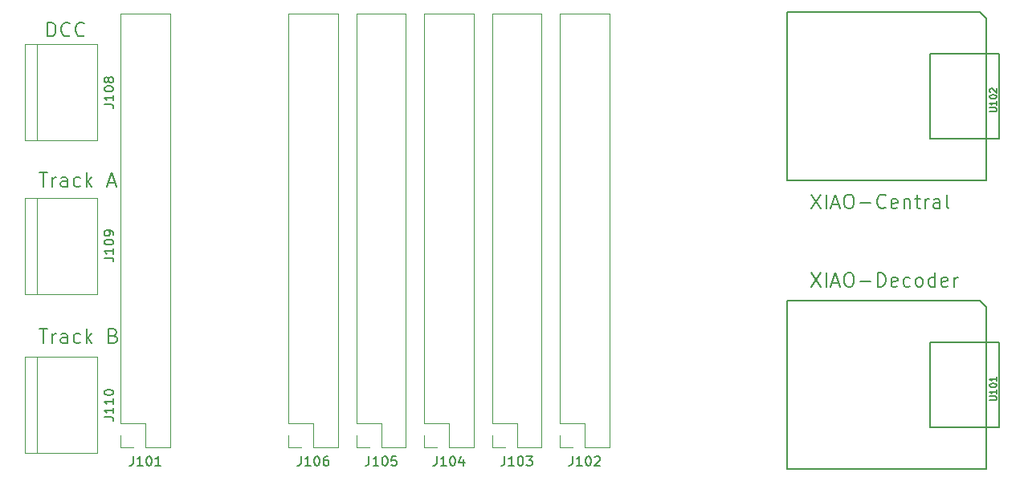
<source format=gbr>
%TF.GenerationSoftware,KiCad,Pcbnew,8.0.0-rc2-358-gd9abaa23a4*%
%TF.CreationDate,2024-02-08T22:48:49+01:00*%
%TF.ProjectId,xDuinoRail-Backplane-Arduino,78447569-6e6f-4526-9169-6c2d4261636b,rev?*%
%TF.SameCoordinates,Original*%
%TF.FileFunction,Legend,Top*%
%TF.FilePolarity,Positive*%
%FSLAX46Y46*%
G04 Gerber Fmt 4.6, Leading zero omitted, Abs format (unit mm)*
G04 Created by KiCad (PCBNEW 8.0.0-rc2-358-gd9abaa23a4) date 2024-02-08 22:48:49*
%MOMM*%
%LPD*%
G01*
G04 APERTURE LIST*
%ADD10C,0.200000*%
%ADD11C,0.150000*%
%ADD12C,0.120000*%
%ADD13C,0.127000*%
G04 APERTURE END LIST*
D10*
X129393720Y-63941028D02*
X129393720Y-62441028D01*
X129393720Y-62441028D02*
X129750863Y-62441028D01*
X129750863Y-62441028D02*
X129965149Y-62512457D01*
X129965149Y-62512457D02*
X130108006Y-62655314D01*
X130108006Y-62655314D02*
X130179435Y-62798171D01*
X130179435Y-62798171D02*
X130250863Y-63083885D01*
X130250863Y-63083885D02*
X130250863Y-63298171D01*
X130250863Y-63298171D02*
X130179435Y-63583885D01*
X130179435Y-63583885D02*
X130108006Y-63726742D01*
X130108006Y-63726742D02*
X129965149Y-63869600D01*
X129965149Y-63869600D02*
X129750863Y-63941028D01*
X129750863Y-63941028D02*
X129393720Y-63941028D01*
X131750863Y-63798171D02*
X131679435Y-63869600D01*
X131679435Y-63869600D02*
X131465149Y-63941028D01*
X131465149Y-63941028D02*
X131322292Y-63941028D01*
X131322292Y-63941028D02*
X131108006Y-63869600D01*
X131108006Y-63869600D02*
X130965149Y-63726742D01*
X130965149Y-63726742D02*
X130893720Y-63583885D01*
X130893720Y-63583885D02*
X130822292Y-63298171D01*
X130822292Y-63298171D02*
X130822292Y-63083885D01*
X130822292Y-63083885D02*
X130893720Y-62798171D01*
X130893720Y-62798171D02*
X130965149Y-62655314D01*
X130965149Y-62655314D02*
X131108006Y-62512457D01*
X131108006Y-62512457D02*
X131322292Y-62441028D01*
X131322292Y-62441028D02*
X131465149Y-62441028D01*
X131465149Y-62441028D02*
X131679435Y-62512457D01*
X131679435Y-62512457D02*
X131750863Y-62583885D01*
X133250863Y-63798171D02*
X133179435Y-63869600D01*
X133179435Y-63869600D02*
X132965149Y-63941028D01*
X132965149Y-63941028D02*
X132822292Y-63941028D01*
X132822292Y-63941028D02*
X132608006Y-63869600D01*
X132608006Y-63869600D02*
X132465149Y-63726742D01*
X132465149Y-63726742D02*
X132393720Y-63583885D01*
X132393720Y-63583885D02*
X132322292Y-63298171D01*
X132322292Y-63298171D02*
X132322292Y-63083885D01*
X132322292Y-63083885D02*
X132393720Y-62798171D01*
X132393720Y-62798171D02*
X132465149Y-62655314D01*
X132465149Y-62655314D02*
X132608006Y-62512457D01*
X132608006Y-62512457D02*
X132822292Y-62441028D01*
X132822292Y-62441028D02*
X132965149Y-62441028D01*
X132965149Y-62441028D02*
X133179435Y-62512457D01*
X133179435Y-62512457D02*
X133250863Y-62583885D01*
X128544435Y-94826028D02*
X129401578Y-94826028D01*
X128973006Y-96326028D02*
X128973006Y-94826028D01*
X129901577Y-96326028D02*
X129901577Y-95326028D01*
X129901577Y-95611742D02*
X129973006Y-95468885D01*
X129973006Y-95468885D02*
X130044435Y-95397457D01*
X130044435Y-95397457D02*
X130187292Y-95326028D01*
X130187292Y-95326028D02*
X130330149Y-95326028D01*
X131473006Y-96326028D02*
X131473006Y-95540314D01*
X131473006Y-95540314D02*
X131401577Y-95397457D01*
X131401577Y-95397457D02*
X131258720Y-95326028D01*
X131258720Y-95326028D02*
X130973006Y-95326028D01*
X130973006Y-95326028D02*
X130830148Y-95397457D01*
X131473006Y-96254600D02*
X131330148Y-96326028D01*
X131330148Y-96326028D02*
X130973006Y-96326028D01*
X130973006Y-96326028D02*
X130830148Y-96254600D01*
X130830148Y-96254600D02*
X130758720Y-96111742D01*
X130758720Y-96111742D02*
X130758720Y-95968885D01*
X130758720Y-95968885D02*
X130830148Y-95826028D01*
X130830148Y-95826028D02*
X130973006Y-95754600D01*
X130973006Y-95754600D02*
X131330148Y-95754600D01*
X131330148Y-95754600D02*
X131473006Y-95683171D01*
X132830149Y-96254600D02*
X132687291Y-96326028D01*
X132687291Y-96326028D02*
X132401577Y-96326028D01*
X132401577Y-96326028D02*
X132258720Y-96254600D01*
X132258720Y-96254600D02*
X132187291Y-96183171D01*
X132187291Y-96183171D02*
X132115863Y-96040314D01*
X132115863Y-96040314D02*
X132115863Y-95611742D01*
X132115863Y-95611742D02*
X132187291Y-95468885D01*
X132187291Y-95468885D02*
X132258720Y-95397457D01*
X132258720Y-95397457D02*
X132401577Y-95326028D01*
X132401577Y-95326028D02*
X132687291Y-95326028D01*
X132687291Y-95326028D02*
X132830149Y-95397457D01*
X133473005Y-96326028D02*
X133473005Y-94826028D01*
X133615863Y-95754600D02*
X134044434Y-96326028D01*
X134044434Y-95326028D02*
X133473005Y-95897457D01*
X136330148Y-95540314D02*
X136544434Y-95611742D01*
X136544434Y-95611742D02*
X136615863Y-95683171D01*
X136615863Y-95683171D02*
X136687291Y-95826028D01*
X136687291Y-95826028D02*
X136687291Y-96040314D01*
X136687291Y-96040314D02*
X136615863Y-96183171D01*
X136615863Y-96183171D02*
X136544434Y-96254600D01*
X136544434Y-96254600D02*
X136401577Y-96326028D01*
X136401577Y-96326028D02*
X135830148Y-96326028D01*
X135830148Y-96326028D02*
X135830148Y-94826028D01*
X135830148Y-94826028D02*
X136330148Y-94826028D01*
X136330148Y-94826028D02*
X136473006Y-94897457D01*
X136473006Y-94897457D02*
X136544434Y-94968885D01*
X136544434Y-94968885D02*
X136615863Y-95111742D01*
X136615863Y-95111742D02*
X136615863Y-95254600D01*
X136615863Y-95254600D02*
X136544434Y-95397457D01*
X136544434Y-95397457D02*
X136473006Y-95468885D01*
X136473006Y-95468885D02*
X136330148Y-95540314D01*
X136330148Y-95540314D02*
X135830148Y-95540314D01*
X128544435Y-78316028D02*
X129401578Y-78316028D01*
X128973006Y-79816028D02*
X128973006Y-78316028D01*
X129901577Y-79816028D02*
X129901577Y-78816028D01*
X129901577Y-79101742D02*
X129973006Y-78958885D01*
X129973006Y-78958885D02*
X130044435Y-78887457D01*
X130044435Y-78887457D02*
X130187292Y-78816028D01*
X130187292Y-78816028D02*
X130330149Y-78816028D01*
X131473006Y-79816028D02*
X131473006Y-79030314D01*
X131473006Y-79030314D02*
X131401577Y-78887457D01*
X131401577Y-78887457D02*
X131258720Y-78816028D01*
X131258720Y-78816028D02*
X130973006Y-78816028D01*
X130973006Y-78816028D02*
X130830148Y-78887457D01*
X131473006Y-79744600D02*
X131330148Y-79816028D01*
X131330148Y-79816028D02*
X130973006Y-79816028D01*
X130973006Y-79816028D02*
X130830148Y-79744600D01*
X130830148Y-79744600D02*
X130758720Y-79601742D01*
X130758720Y-79601742D02*
X130758720Y-79458885D01*
X130758720Y-79458885D02*
X130830148Y-79316028D01*
X130830148Y-79316028D02*
X130973006Y-79244600D01*
X130973006Y-79244600D02*
X131330148Y-79244600D01*
X131330148Y-79244600D02*
X131473006Y-79173171D01*
X132830149Y-79744600D02*
X132687291Y-79816028D01*
X132687291Y-79816028D02*
X132401577Y-79816028D01*
X132401577Y-79816028D02*
X132258720Y-79744600D01*
X132258720Y-79744600D02*
X132187291Y-79673171D01*
X132187291Y-79673171D02*
X132115863Y-79530314D01*
X132115863Y-79530314D02*
X132115863Y-79101742D01*
X132115863Y-79101742D02*
X132187291Y-78958885D01*
X132187291Y-78958885D02*
X132258720Y-78887457D01*
X132258720Y-78887457D02*
X132401577Y-78816028D01*
X132401577Y-78816028D02*
X132687291Y-78816028D01*
X132687291Y-78816028D02*
X132830149Y-78887457D01*
X133473005Y-79816028D02*
X133473005Y-78316028D01*
X133615863Y-79244600D02*
X134044434Y-79816028D01*
X134044434Y-78816028D02*
X133473005Y-79387457D01*
X135758720Y-79387457D02*
X136473006Y-79387457D01*
X135615863Y-79816028D02*
X136115863Y-78316028D01*
X136115863Y-78316028D02*
X136615863Y-79816028D01*
X209880063Y-88878128D02*
X210880063Y-90378128D01*
X210880063Y-88878128D02*
X209880063Y-90378128D01*
X211451491Y-90378128D02*
X211451491Y-88878128D01*
X212094349Y-89949557D02*
X212808635Y-89949557D01*
X211951492Y-90378128D02*
X212451492Y-88878128D01*
X212451492Y-88878128D02*
X212951492Y-90378128D01*
X213737206Y-88878128D02*
X214022920Y-88878128D01*
X214022920Y-88878128D02*
X214165777Y-88949557D01*
X214165777Y-88949557D02*
X214308634Y-89092414D01*
X214308634Y-89092414D02*
X214380063Y-89378128D01*
X214380063Y-89378128D02*
X214380063Y-89878128D01*
X214380063Y-89878128D02*
X214308634Y-90163842D01*
X214308634Y-90163842D02*
X214165777Y-90306700D01*
X214165777Y-90306700D02*
X214022920Y-90378128D01*
X214022920Y-90378128D02*
X213737206Y-90378128D01*
X213737206Y-90378128D02*
X213594349Y-90306700D01*
X213594349Y-90306700D02*
X213451491Y-90163842D01*
X213451491Y-90163842D02*
X213380063Y-89878128D01*
X213380063Y-89878128D02*
X213380063Y-89378128D01*
X213380063Y-89378128D02*
X213451491Y-89092414D01*
X213451491Y-89092414D02*
X213594349Y-88949557D01*
X213594349Y-88949557D02*
X213737206Y-88878128D01*
X215022920Y-89806700D02*
X216165778Y-89806700D01*
X216880063Y-90378128D02*
X216880063Y-88878128D01*
X216880063Y-88878128D02*
X217237206Y-88878128D01*
X217237206Y-88878128D02*
X217451492Y-88949557D01*
X217451492Y-88949557D02*
X217594349Y-89092414D01*
X217594349Y-89092414D02*
X217665778Y-89235271D01*
X217665778Y-89235271D02*
X217737206Y-89520985D01*
X217737206Y-89520985D02*
X217737206Y-89735271D01*
X217737206Y-89735271D02*
X217665778Y-90020985D01*
X217665778Y-90020985D02*
X217594349Y-90163842D01*
X217594349Y-90163842D02*
X217451492Y-90306700D01*
X217451492Y-90306700D02*
X217237206Y-90378128D01*
X217237206Y-90378128D02*
X216880063Y-90378128D01*
X218951492Y-90306700D02*
X218808635Y-90378128D01*
X218808635Y-90378128D02*
X218522921Y-90378128D01*
X218522921Y-90378128D02*
X218380063Y-90306700D01*
X218380063Y-90306700D02*
X218308635Y-90163842D01*
X218308635Y-90163842D02*
X218308635Y-89592414D01*
X218308635Y-89592414D02*
X218380063Y-89449557D01*
X218380063Y-89449557D02*
X218522921Y-89378128D01*
X218522921Y-89378128D02*
X218808635Y-89378128D01*
X218808635Y-89378128D02*
X218951492Y-89449557D01*
X218951492Y-89449557D02*
X219022921Y-89592414D01*
X219022921Y-89592414D02*
X219022921Y-89735271D01*
X219022921Y-89735271D02*
X218308635Y-89878128D01*
X220308635Y-90306700D02*
X220165777Y-90378128D01*
X220165777Y-90378128D02*
X219880063Y-90378128D01*
X219880063Y-90378128D02*
X219737206Y-90306700D01*
X219737206Y-90306700D02*
X219665777Y-90235271D01*
X219665777Y-90235271D02*
X219594349Y-90092414D01*
X219594349Y-90092414D02*
X219594349Y-89663842D01*
X219594349Y-89663842D02*
X219665777Y-89520985D01*
X219665777Y-89520985D02*
X219737206Y-89449557D01*
X219737206Y-89449557D02*
X219880063Y-89378128D01*
X219880063Y-89378128D02*
X220165777Y-89378128D01*
X220165777Y-89378128D02*
X220308635Y-89449557D01*
X221165777Y-90378128D02*
X221022920Y-90306700D01*
X221022920Y-90306700D02*
X220951491Y-90235271D01*
X220951491Y-90235271D02*
X220880063Y-90092414D01*
X220880063Y-90092414D02*
X220880063Y-89663842D01*
X220880063Y-89663842D02*
X220951491Y-89520985D01*
X220951491Y-89520985D02*
X221022920Y-89449557D01*
X221022920Y-89449557D02*
X221165777Y-89378128D01*
X221165777Y-89378128D02*
X221380063Y-89378128D01*
X221380063Y-89378128D02*
X221522920Y-89449557D01*
X221522920Y-89449557D02*
X221594349Y-89520985D01*
X221594349Y-89520985D02*
X221665777Y-89663842D01*
X221665777Y-89663842D02*
X221665777Y-90092414D01*
X221665777Y-90092414D02*
X221594349Y-90235271D01*
X221594349Y-90235271D02*
X221522920Y-90306700D01*
X221522920Y-90306700D02*
X221380063Y-90378128D01*
X221380063Y-90378128D02*
X221165777Y-90378128D01*
X222951492Y-90378128D02*
X222951492Y-88878128D01*
X222951492Y-90306700D02*
X222808634Y-90378128D01*
X222808634Y-90378128D02*
X222522920Y-90378128D01*
X222522920Y-90378128D02*
X222380063Y-90306700D01*
X222380063Y-90306700D02*
X222308634Y-90235271D01*
X222308634Y-90235271D02*
X222237206Y-90092414D01*
X222237206Y-90092414D02*
X222237206Y-89663842D01*
X222237206Y-89663842D02*
X222308634Y-89520985D01*
X222308634Y-89520985D02*
X222380063Y-89449557D01*
X222380063Y-89449557D02*
X222522920Y-89378128D01*
X222522920Y-89378128D02*
X222808634Y-89378128D01*
X222808634Y-89378128D02*
X222951492Y-89449557D01*
X224237206Y-90306700D02*
X224094349Y-90378128D01*
X224094349Y-90378128D02*
X223808635Y-90378128D01*
X223808635Y-90378128D02*
X223665777Y-90306700D01*
X223665777Y-90306700D02*
X223594349Y-90163842D01*
X223594349Y-90163842D02*
X223594349Y-89592414D01*
X223594349Y-89592414D02*
X223665777Y-89449557D01*
X223665777Y-89449557D02*
X223808635Y-89378128D01*
X223808635Y-89378128D02*
X224094349Y-89378128D01*
X224094349Y-89378128D02*
X224237206Y-89449557D01*
X224237206Y-89449557D02*
X224308635Y-89592414D01*
X224308635Y-89592414D02*
X224308635Y-89735271D01*
X224308635Y-89735271D02*
X223594349Y-89878128D01*
X224951491Y-90378128D02*
X224951491Y-89378128D01*
X224951491Y-89663842D02*
X225022920Y-89520985D01*
X225022920Y-89520985D02*
X225094349Y-89449557D01*
X225094349Y-89449557D02*
X225237206Y-89378128D01*
X225237206Y-89378128D02*
X225380063Y-89378128D01*
X209880063Y-80623128D02*
X210880063Y-82123128D01*
X210880063Y-80623128D02*
X209880063Y-82123128D01*
X211451491Y-82123128D02*
X211451491Y-80623128D01*
X212094349Y-81694557D02*
X212808635Y-81694557D01*
X211951492Y-82123128D02*
X212451492Y-80623128D01*
X212451492Y-80623128D02*
X212951492Y-82123128D01*
X213737206Y-80623128D02*
X214022920Y-80623128D01*
X214022920Y-80623128D02*
X214165777Y-80694557D01*
X214165777Y-80694557D02*
X214308634Y-80837414D01*
X214308634Y-80837414D02*
X214380063Y-81123128D01*
X214380063Y-81123128D02*
X214380063Y-81623128D01*
X214380063Y-81623128D02*
X214308634Y-81908842D01*
X214308634Y-81908842D02*
X214165777Y-82051700D01*
X214165777Y-82051700D02*
X214022920Y-82123128D01*
X214022920Y-82123128D02*
X213737206Y-82123128D01*
X213737206Y-82123128D02*
X213594349Y-82051700D01*
X213594349Y-82051700D02*
X213451491Y-81908842D01*
X213451491Y-81908842D02*
X213380063Y-81623128D01*
X213380063Y-81623128D02*
X213380063Y-81123128D01*
X213380063Y-81123128D02*
X213451491Y-80837414D01*
X213451491Y-80837414D02*
X213594349Y-80694557D01*
X213594349Y-80694557D02*
X213737206Y-80623128D01*
X215022920Y-81551700D02*
X216165778Y-81551700D01*
X217737206Y-81980271D02*
X217665778Y-82051700D01*
X217665778Y-82051700D02*
X217451492Y-82123128D01*
X217451492Y-82123128D02*
X217308635Y-82123128D01*
X217308635Y-82123128D02*
X217094349Y-82051700D01*
X217094349Y-82051700D02*
X216951492Y-81908842D01*
X216951492Y-81908842D02*
X216880063Y-81765985D01*
X216880063Y-81765985D02*
X216808635Y-81480271D01*
X216808635Y-81480271D02*
X216808635Y-81265985D01*
X216808635Y-81265985D02*
X216880063Y-80980271D01*
X216880063Y-80980271D02*
X216951492Y-80837414D01*
X216951492Y-80837414D02*
X217094349Y-80694557D01*
X217094349Y-80694557D02*
X217308635Y-80623128D01*
X217308635Y-80623128D02*
X217451492Y-80623128D01*
X217451492Y-80623128D02*
X217665778Y-80694557D01*
X217665778Y-80694557D02*
X217737206Y-80765985D01*
X218951492Y-82051700D02*
X218808635Y-82123128D01*
X218808635Y-82123128D02*
X218522921Y-82123128D01*
X218522921Y-82123128D02*
X218380063Y-82051700D01*
X218380063Y-82051700D02*
X218308635Y-81908842D01*
X218308635Y-81908842D02*
X218308635Y-81337414D01*
X218308635Y-81337414D02*
X218380063Y-81194557D01*
X218380063Y-81194557D02*
X218522921Y-81123128D01*
X218522921Y-81123128D02*
X218808635Y-81123128D01*
X218808635Y-81123128D02*
X218951492Y-81194557D01*
X218951492Y-81194557D02*
X219022921Y-81337414D01*
X219022921Y-81337414D02*
X219022921Y-81480271D01*
X219022921Y-81480271D02*
X218308635Y-81623128D01*
X219665777Y-81123128D02*
X219665777Y-82123128D01*
X219665777Y-81265985D02*
X219737206Y-81194557D01*
X219737206Y-81194557D02*
X219880063Y-81123128D01*
X219880063Y-81123128D02*
X220094349Y-81123128D01*
X220094349Y-81123128D02*
X220237206Y-81194557D01*
X220237206Y-81194557D02*
X220308635Y-81337414D01*
X220308635Y-81337414D02*
X220308635Y-82123128D01*
X220808635Y-81123128D02*
X221380063Y-81123128D01*
X221022920Y-80623128D02*
X221022920Y-81908842D01*
X221022920Y-81908842D02*
X221094349Y-82051700D01*
X221094349Y-82051700D02*
X221237206Y-82123128D01*
X221237206Y-82123128D02*
X221380063Y-82123128D01*
X221880063Y-82123128D02*
X221880063Y-81123128D01*
X221880063Y-81408842D02*
X221951492Y-81265985D01*
X221951492Y-81265985D02*
X222022921Y-81194557D01*
X222022921Y-81194557D02*
X222165778Y-81123128D01*
X222165778Y-81123128D02*
X222308635Y-81123128D01*
X223451492Y-82123128D02*
X223451492Y-81337414D01*
X223451492Y-81337414D02*
X223380063Y-81194557D01*
X223380063Y-81194557D02*
X223237206Y-81123128D01*
X223237206Y-81123128D02*
X222951492Y-81123128D01*
X222951492Y-81123128D02*
X222808634Y-81194557D01*
X223451492Y-82051700D02*
X223308634Y-82123128D01*
X223308634Y-82123128D02*
X222951492Y-82123128D01*
X222951492Y-82123128D02*
X222808634Y-82051700D01*
X222808634Y-82051700D02*
X222737206Y-81908842D01*
X222737206Y-81908842D02*
X222737206Y-81765985D01*
X222737206Y-81765985D02*
X222808634Y-81623128D01*
X222808634Y-81623128D02*
X222951492Y-81551700D01*
X222951492Y-81551700D02*
X223308634Y-81551700D01*
X223308634Y-81551700D02*
X223451492Y-81480271D01*
X224380063Y-82123128D02*
X224237206Y-82051700D01*
X224237206Y-82051700D02*
X224165777Y-81908842D01*
X224165777Y-81908842D02*
X224165777Y-80623128D01*
D11*
X135344819Y-104155714D02*
X136059104Y-104155714D01*
X136059104Y-104155714D02*
X136201961Y-104203333D01*
X136201961Y-104203333D02*
X136297200Y-104298571D01*
X136297200Y-104298571D02*
X136344819Y-104441428D01*
X136344819Y-104441428D02*
X136344819Y-104536666D01*
X136344819Y-103155714D02*
X136344819Y-103727142D01*
X136344819Y-103441428D02*
X135344819Y-103441428D01*
X135344819Y-103441428D02*
X135487676Y-103536666D01*
X135487676Y-103536666D02*
X135582914Y-103631904D01*
X135582914Y-103631904D02*
X135630533Y-103727142D01*
X136344819Y-102203333D02*
X136344819Y-102774761D01*
X136344819Y-102489047D02*
X135344819Y-102489047D01*
X135344819Y-102489047D02*
X135487676Y-102584285D01*
X135487676Y-102584285D02*
X135582914Y-102679523D01*
X135582914Y-102679523D02*
X135630533Y-102774761D01*
X135344819Y-101584285D02*
X135344819Y-101489047D01*
X135344819Y-101489047D02*
X135392438Y-101393809D01*
X135392438Y-101393809D02*
X135440057Y-101346190D01*
X135440057Y-101346190D02*
X135535295Y-101298571D01*
X135535295Y-101298571D02*
X135725771Y-101250952D01*
X135725771Y-101250952D02*
X135963866Y-101250952D01*
X135963866Y-101250952D02*
X136154342Y-101298571D01*
X136154342Y-101298571D02*
X136249580Y-101346190D01*
X136249580Y-101346190D02*
X136297200Y-101393809D01*
X136297200Y-101393809D02*
X136344819Y-101489047D01*
X136344819Y-101489047D02*
X136344819Y-101584285D01*
X136344819Y-101584285D02*
X136297200Y-101679523D01*
X136297200Y-101679523D02*
X136249580Y-101727142D01*
X136249580Y-101727142D02*
X136154342Y-101774761D01*
X136154342Y-101774761D02*
X135963866Y-101822380D01*
X135963866Y-101822380D02*
X135725771Y-101822380D01*
X135725771Y-101822380D02*
X135535295Y-101774761D01*
X135535295Y-101774761D02*
X135440057Y-101727142D01*
X135440057Y-101727142D02*
X135392438Y-101679523D01*
X135392438Y-101679523D02*
X135344819Y-101584285D01*
X138414285Y-108269819D02*
X138414285Y-108984104D01*
X138414285Y-108984104D02*
X138366666Y-109126961D01*
X138366666Y-109126961D02*
X138271428Y-109222200D01*
X138271428Y-109222200D02*
X138128571Y-109269819D01*
X138128571Y-109269819D02*
X138033333Y-109269819D01*
X139414285Y-109269819D02*
X138842857Y-109269819D01*
X139128571Y-109269819D02*
X139128571Y-108269819D01*
X139128571Y-108269819D02*
X139033333Y-108412676D01*
X139033333Y-108412676D02*
X138938095Y-108507914D01*
X138938095Y-108507914D02*
X138842857Y-108555533D01*
X140033333Y-108269819D02*
X140128571Y-108269819D01*
X140128571Y-108269819D02*
X140223809Y-108317438D01*
X140223809Y-108317438D02*
X140271428Y-108365057D01*
X140271428Y-108365057D02*
X140319047Y-108460295D01*
X140319047Y-108460295D02*
X140366666Y-108650771D01*
X140366666Y-108650771D02*
X140366666Y-108888866D01*
X140366666Y-108888866D02*
X140319047Y-109079342D01*
X140319047Y-109079342D02*
X140271428Y-109174580D01*
X140271428Y-109174580D02*
X140223809Y-109222200D01*
X140223809Y-109222200D02*
X140128571Y-109269819D01*
X140128571Y-109269819D02*
X140033333Y-109269819D01*
X140033333Y-109269819D02*
X139938095Y-109222200D01*
X139938095Y-109222200D02*
X139890476Y-109174580D01*
X139890476Y-109174580D02*
X139842857Y-109079342D01*
X139842857Y-109079342D02*
X139795238Y-108888866D01*
X139795238Y-108888866D02*
X139795238Y-108650771D01*
X139795238Y-108650771D02*
X139842857Y-108460295D01*
X139842857Y-108460295D02*
X139890476Y-108365057D01*
X139890476Y-108365057D02*
X139938095Y-108317438D01*
X139938095Y-108317438D02*
X140033333Y-108269819D01*
X141319047Y-109269819D02*
X140747619Y-109269819D01*
X141033333Y-109269819D02*
X141033333Y-108269819D01*
X141033333Y-108269819D02*
X140938095Y-108412676D01*
X140938095Y-108412676D02*
X140842857Y-108507914D01*
X140842857Y-108507914D02*
X140747619Y-108555533D01*
X228701533Y-102349100D02*
X229268200Y-102349100D01*
X229268200Y-102349100D02*
X229334866Y-102315767D01*
X229334866Y-102315767D02*
X229368200Y-102282433D01*
X229368200Y-102282433D02*
X229401533Y-102215767D01*
X229401533Y-102215767D02*
X229401533Y-102082433D01*
X229401533Y-102082433D02*
X229368200Y-102015767D01*
X229368200Y-102015767D02*
X229334866Y-101982433D01*
X229334866Y-101982433D02*
X229268200Y-101949100D01*
X229268200Y-101949100D02*
X228701533Y-101949100D01*
X229401533Y-101249100D02*
X229401533Y-101649100D01*
X229401533Y-101449100D02*
X228701533Y-101449100D01*
X228701533Y-101449100D02*
X228801533Y-101515767D01*
X228801533Y-101515767D02*
X228868200Y-101582434D01*
X228868200Y-101582434D02*
X228901533Y-101649100D01*
X228701533Y-100815767D02*
X228701533Y-100749100D01*
X228701533Y-100749100D02*
X228734866Y-100682433D01*
X228734866Y-100682433D02*
X228768200Y-100649100D01*
X228768200Y-100649100D02*
X228834866Y-100615767D01*
X228834866Y-100615767D02*
X228968200Y-100582433D01*
X228968200Y-100582433D02*
X229134866Y-100582433D01*
X229134866Y-100582433D02*
X229268200Y-100615767D01*
X229268200Y-100615767D02*
X229334866Y-100649100D01*
X229334866Y-100649100D02*
X229368200Y-100682433D01*
X229368200Y-100682433D02*
X229401533Y-100749100D01*
X229401533Y-100749100D02*
X229401533Y-100815767D01*
X229401533Y-100815767D02*
X229368200Y-100882433D01*
X229368200Y-100882433D02*
X229334866Y-100915767D01*
X229334866Y-100915767D02*
X229268200Y-100949100D01*
X229268200Y-100949100D02*
X229134866Y-100982433D01*
X229134866Y-100982433D02*
X228968200Y-100982433D01*
X228968200Y-100982433D02*
X228834866Y-100949100D01*
X228834866Y-100949100D02*
X228768200Y-100915767D01*
X228768200Y-100915767D02*
X228734866Y-100882433D01*
X228734866Y-100882433D02*
X228701533Y-100815767D01*
X229401533Y-99915766D02*
X229401533Y-100315766D01*
X229401533Y-100115766D02*
X228701533Y-100115766D01*
X228701533Y-100115766D02*
X228801533Y-100182433D01*
X228801533Y-100182433D02*
X228868200Y-100249100D01*
X228868200Y-100249100D02*
X228901533Y-100315766D01*
X156117585Y-108269819D02*
X156117585Y-108984104D01*
X156117585Y-108984104D02*
X156069966Y-109126961D01*
X156069966Y-109126961D02*
X155974728Y-109222200D01*
X155974728Y-109222200D02*
X155831871Y-109269819D01*
X155831871Y-109269819D02*
X155736633Y-109269819D01*
X157117585Y-109269819D02*
X156546157Y-109269819D01*
X156831871Y-109269819D02*
X156831871Y-108269819D01*
X156831871Y-108269819D02*
X156736633Y-108412676D01*
X156736633Y-108412676D02*
X156641395Y-108507914D01*
X156641395Y-108507914D02*
X156546157Y-108555533D01*
X157736633Y-108269819D02*
X157831871Y-108269819D01*
X157831871Y-108269819D02*
X157927109Y-108317438D01*
X157927109Y-108317438D02*
X157974728Y-108365057D01*
X157974728Y-108365057D02*
X158022347Y-108460295D01*
X158022347Y-108460295D02*
X158069966Y-108650771D01*
X158069966Y-108650771D02*
X158069966Y-108888866D01*
X158069966Y-108888866D02*
X158022347Y-109079342D01*
X158022347Y-109079342D02*
X157974728Y-109174580D01*
X157974728Y-109174580D02*
X157927109Y-109222200D01*
X157927109Y-109222200D02*
X157831871Y-109269819D01*
X157831871Y-109269819D02*
X157736633Y-109269819D01*
X157736633Y-109269819D02*
X157641395Y-109222200D01*
X157641395Y-109222200D02*
X157593776Y-109174580D01*
X157593776Y-109174580D02*
X157546157Y-109079342D01*
X157546157Y-109079342D02*
X157498538Y-108888866D01*
X157498538Y-108888866D02*
X157498538Y-108650771D01*
X157498538Y-108650771D02*
X157546157Y-108460295D01*
X157546157Y-108460295D02*
X157593776Y-108365057D01*
X157593776Y-108365057D02*
X157641395Y-108317438D01*
X157641395Y-108317438D02*
X157736633Y-108269819D01*
X158927109Y-108269819D02*
X158736633Y-108269819D01*
X158736633Y-108269819D02*
X158641395Y-108317438D01*
X158641395Y-108317438D02*
X158593776Y-108365057D01*
X158593776Y-108365057D02*
X158498538Y-108507914D01*
X158498538Y-108507914D02*
X158450919Y-108698390D01*
X158450919Y-108698390D02*
X158450919Y-109079342D01*
X158450919Y-109079342D02*
X158498538Y-109174580D01*
X158498538Y-109174580D02*
X158546157Y-109222200D01*
X158546157Y-109222200D02*
X158641395Y-109269819D01*
X158641395Y-109269819D02*
X158831871Y-109269819D01*
X158831871Y-109269819D02*
X158927109Y-109222200D01*
X158927109Y-109222200D02*
X158974728Y-109174580D01*
X158974728Y-109174580D02*
X159022347Y-109079342D01*
X159022347Y-109079342D02*
X159022347Y-108841247D01*
X159022347Y-108841247D02*
X158974728Y-108746009D01*
X158974728Y-108746009D02*
X158927109Y-108698390D01*
X158927109Y-108698390D02*
X158831871Y-108650771D01*
X158831871Y-108650771D02*
X158641395Y-108650771D01*
X158641395Y-108650771D02*
X158546157Y-108698390D01*
X158546157Y-108698390D02*
X158498538Y-108746009D01*
X158498538Y-108746009D02*
X158450919Y-108841247D01*
X163267585Y-108269819D02*
X163267585Y-108984104D01*
X163267585Y-108984104D02*
X163219966Y-109126961D01*
X163219966Y-109126961D02*
X163124728Y-109222200D01*
X163124728Y-109222200D02*
X162981871Y-109269819D01*
X162981871Y-109269819D02*
X162886633Y-109269819D01*
X164267585Y-109269819D02*
X163696157Y-109269819D01*
X163981871Y-109269819D02*
X163981871Y-108269819D01*
X163981871Y-108269819D02*
X163886633Y-108412676D01*
X163886633Y-108412676D02*
X163791395Y-108507914D01*
X163791395Y-108507914D02*
X163696157Y-108555533D01*
X164886633Y-108269819D02*
X164981871Y-108269819D01*
X164981871Y-108269819D02*
X165077109Y-108317438D01*
X165077109Y-108317438D02*
X165124728Y-108365057D01*
X165124728Y-108365057D02*
X165172347Y-108460295D01*
X165172347Y-108460295D02*
X165219966Y-108650771D01*
X165219966Y-108650771D02*
X165219966Y-108888866D01*
X165219966Y-108888866D02*
X165172347Y-109079342D01*
X165172347Y-109079342D02*
X165124728Y-109174580D01*
X165124728Y-109174580D02*
X165077109Y-109222200D01*
X165077109Y-109222200D02*
X164981871Y-109269819D01*
X164981871Y-109269819D02*
X164886633Y-109269819D01*
X164886633Y-109269819D02*
X164791395Y-109222200D01*
X164791395Y-109222200D02*
X164743776Y-109174580D01*
X164743776Y-109174580D02*
X164696157Y-109079342D01*
X164696157Y-109079342D02*
X164648538Y-108888866D01*
X164648538Y-108888866D02*
X164648538Y-108650771D01*
X164648538Y-108650771D02*
X164696157Y-108460295D01*
X164696157Y-108460295D02*
X164743776Y-108365057D01*
X164743776Y-108365057D02*
X164791395Y-108317438D01*
X164791395Y-108317438D02*
X164886633Y-108269819D01*
X166124728Y-108269819D02*
X165648538Y-108269819D01*
X165648538Y-108269819D02*
X165600919Y-108746009D01*
X165600919Y-108746009D02*
X165648538Y-108698390D01*
X165648538Y-108698390D02*
X165743776Y-108650771D01*
X165743776Y-108650771D02*
X165981871Y-108650771D01*
X165981871Y-108650771D02*
X166077109Y-108698390D01*
X166077109Y-108698390D02*
X166124728Y-108746009D01*
X166124728Y-108746009D02*
X166172347Y-108841247D01*
X166172347Y-108841247D02*
X166172347Y-109079342D01*
X166172347Y-109079342D02*
X166124728Y-109174580D01*
X166124728Y-109174580D02*
X166077109Y-109222200D01*
X166077109Y-109222200D02*
X165981871Y-109269819D01*
X165981871Y-109269819D02*
X165743776Y-109269819D01*
X165743776Y-109269819D02*
X165648538Y-109222200D01*
X165648538Y-109222200D02*
X165600919Y-109174580D01*
X135344819Y-71135714D02*
X136059104Y-71135714D01*
X136059104Y-71135714D02*
X136201961Y-71183333D01*
X136201961Y-71183333D02*
X136297200Y-71278571D01*
X136297200Y-71278571D02*
X136344819Y-71421428D01*
X136344819Y-71421428D02*
X136344819Y-71516666D01*
X136344819Y-70135714D02*
X136344819Y-70707142D01*
X136344819Y-70421428D02*
X135344819Y-70421428D01*
X135344819Y-70421428D02*
X135487676Y-70516666D01*
X135487676Y-70516666D02*
X135582914Y-70611904D01*
X135582914Y-70611904D02*
X135630533Y-70707142D01*
X135344819Y-69516666D02*
X135344819Y-69421428D01*
X135344819Y-69421428D02*
X135392438Y-69326190D01*
X135392438Y-69326190D02*
X135440057Y-69278571D01*
X135440057Y-69278571D02*
X135535295Y-69230952D01*
X135535295Y-69230952D02*
X135725771Y-69183333D01*
X135725771Y-69183333D02*
X135963866Y-69183333D01*
X135963866Y-69183333D02*
X136154342Y-69230952D01*
X136154342Y-69230952D02*
X136249580Y-69278571D01*
X136249580Y-69278571D02*
X136297200Y-69326190D01*
X136297200Y-69326190D02*
X136344819Y-69421428D01*
X136344819Y-69421428D02*
X136344819Y-69516666D01*
X136344819Y-69516666D02*
X136297200Y-69611904D01*
X136297200Y-69611904D02*
X136249580Y-69659523D01*
X136249580Y-69659523D02*
X136154342Y-69707142D01*
X136154342Y-69707142D02*
X135963866Y-69754761D01*
X135963866Y-69754761D02*
X135725771Y-69754761D01*
X135725771Y-69754761D02*
X135535295Y-69707142D01*
X135535295Y-69707142D02*
X135440057Y-69659523D01*
X135440057Y-69659523D02*
X135392438Y-69611904D01*
X135392438Y-69611904D02*
X135344819Y-69516666D01*
X135773390Y-68611904D02*
X135725771Y-68707142D01*
X135725771Y-68707142D02*
X135678152Y-68754761D01*
X135678152Y-68754761D02*
X135582914Y-68802380D01*
X135582914Y-68802380D02*
X135535295Y-68802380D01*
X135535295Y-68802380D02*
X135440057Y-68754761D01*
X135440057Y-68754761D02*
X135392438Y-68707142D01*
X135392438Y-68707142D02*
X135344819Y-68611904D01*
X135344819Y-68611904D02*
X135344819Y-68421428D01*
X135344819Y-68421428D02*
X135392438Y-68326190D01*
X135392438Y-68326190D02*
X135440057Y-68278571D01*
X135440057Y-68278571D02*
X135535295Y-68230952D01*
X135535295Y-68230952D02*
X135582914Y-68230952D01*
X135582914Y-68230952D02*
X135678152Y-68278571D01*
X135678152Y-68278571D02*
X135725771Y-68326190D01*
X135725771Y-68326190D02*
X135773390Y-68421428D01*
X135773390Y-68421428D02*
X135773390Y-68611904D01*
X135773390Y-68611904D02*
X135821009Y-68707142D01*
X135821009Y-68707142D02*
X135868628Y-68754761D01*
X135868628Y-68754761D02*
X135963866Y-68802380D01*
X135963866Y-68802380D02*
X136154342Y-68802380D01*
X136154342Y-68802380D02*
X136249580Y-68754761D01*
X136249580Y-68754761D02*
X136297200Y-68707142D01*
X136297200Y-68707142D02*
X136344819Y-68611904D01*
X136344819Y-68611904D02*
X136344819Y-68421428D01*
X136344819Y-68421428D02*
X136297200Y-68326190D01*
X136297200Y-68326190D02*
X136249580Y-68278571D01*
X136249580Y-68278571D02*
X136154342Y-68230952D01*
X136154342Y-68230952D02*
X135963866Y-68230952D01*
X135963866Y-68230952D02*
X135868628Y-68278571D01*
X135868628Y-68278571D02*
X135821009Y-68326190D01*
X135821009Y-68326190D02*
X135773390Y-68421428D01*
X170417585Y-108269819D02*
X170417585Y-108984104D01*
X170417585Y-108984104D02*
X170369966Y-109126961D01*
X170369966Y-109126961D02*
X170274728Y-109222200D01*
X170274728Y-109222200D02*
X170131871Y-109269819D01*
X170131871Y-109269819D02*
X170036633Y-109269819D01*
X171417585Y-109269819D02*
X170846157Y-109269819D01*
X171131871Y-109269819D02*
X171131871Y-108269819D01*
X171131871Y-108269819D02*
X171036633Y-108412676D01*
X171036633Y-108412676D02*
X170941395Y-108507914D01*
X170941395Y-108507914D02*
X170846157Y-108555533D01*
X172036633Y-108269819D02*
X172131871Y-108269819D01*
X172131871Y-108269819D02*
X172227109Y-108317438D01*
X172227109Y-108317438D02*
X172274728Y-108365057D01*
X172274728Y-108365057D02*
X172322347Y-108460295D01*
X172322347Y-108460295D02*
X172369966Y-108650771D01*
X172369966Y-108650771D02*
X172369966Y-108888866D01*
X172369966Y-108888866D02*
X172322347Y-109079342D01*
X172322347Y-109079342D02*
X172274728Y-109174580D01*
X172274728Y-109174580D02*
X172227109Y-109222200D01*
X172227109Y-109222200D02*
X172131871Y-109269819D01*
X172131871Y-109269819D02*
X172036633Y-109269819D01*
X172036633Y-109269819D02*
X171941395Y-109222200D01*
X171941395Y-109222200D02*
X171893776Y-109174580D01*
X171893776Y-109174580D02*
X171846157Y-109079342D01*
X171846157Y-109079342D02*
X171798538Y-108888866D01*
X171798538Y-108888866D02*
X171798538Y-108650771D01*
X171798538Y-108650771D02*
X171846157Y-108460295D01*
X171846157Y-108460295D02*
X171893776Y-108365057D01*
X171893776Y-108365057D02*
X171941395Y-108317438D01*
X171941395Y-108317438D02*
X172036633Y-108269819D01*
X173227109Y-108603152D02*
X173227109Y-109269819D01*
X172989014Y-108222200D02*
X172750919Y-108936485D01*
X172750919Y-108936485D02*
X173369966Y-108936485D01*
X184717585Y-108269819D02*
X184717585Y-108984104D01*
X184717585Y-108984104D02*
X184669966Y-109126961D01*
X184669966Y-109126961D02*
X184574728Y-109222200D01*
X184574728Y-109222200D02*
X184431871Y-109269819D01*
X184431871Y-109269819D02*
X184336633Y-109269819D01*
X185717585Y-109269819D02*
X185146157Y-109269819D01*
X185431871Y-109269819D02*
X185431871Y-108269819D01*
X185431871Y-108269819D02*
X185336633Y-108412676D01*
X185336633Y-108412676D02*
X185241395Y-108507914D01*
X185241395Y-108507914D02*
X185146157Y-108555533D01*
X186336633Y-108269819D02*
X186431871Y-108269819D01*
X186431871Y-108269819D02*
X186527109Y-108317438D01*
X186527109Y-108317438D02*
X186574728Y-108365057D01*
X186574728Y-108365057D02*
X186622347Y-108460295D01*
X186622347Y-108460295D02*
X186669966Y-108650771D01*
X186669966Y-108650771D02*
X186669966Y-108888866D01*
X186669966Y-108888866D02*
X186622347Y-109079342D01*
X186622347Y-109079342D02*
X186574728Y-109174580D01*
X186574728Y-109174580D02*
X186527109Y-109222200D01*
X186527109Y-109222200D02*
X186431871Y-109269819D01*
X186431871Y-109269819D02*
X186336633Y-109269819D01*
X186336633Y-109269819D02*
X186241395Y-109222200D01*
X186241395Y-109222200D02*
X186193776Y-109174580D01*
X186193776Y-109174580D02*
X186146157Y-109079342D01*
X186146157Y-109079342D02*
X186098538Y-108888866D01*
X186098538Y-108888866D02*
X186098538Y-108650771D01*
X186098538Y-108650771D02*
X186146157Y-108460295D01*
X186146157Y-108460295D02*
X186193776Y-108365057D01*
X186193776Y-108365057D02*
X186241395Y-108317438D01*
X186241395Y-108317438D02*
X186336633Y-108269819D01*
X187050919Y-108365057D02*
X187098538Y-108317438D01*
X187098538Y-108317438D02*
X187193776Y-108269819D01*
X187193776Y-108269819D02*
X187431871Y-108269819D01*
X187431871Y-108269819D02*
X187527109Y-108317438D01*
X187527109Y-108317438D02*
X187574728Y-108365057D01*
X187574728Y-108365057D02*
X187622347Y-108460295D01*
X187622347Y-108460295D02*
X187622347Y-108555533D01*
X187622347Y-108555533D02*
X187574728Y-108698390D01*
X187574728Y-108698390D02*
X187003300Y-109269819D01*
X187003300Y-109269819D02*
X187622347Y-109269819D01*
X177567585Y-108269819D02*
X177567585Y-108984104D01*
X177567585Y-108984104D02*
X177519966Y-109126961D01*
X177519966Y-109126961D02*
X177424728Y-109222200D01*
X177424728Y-109222200D02*
X177281871Y-109269819D01*
X177281871Y-109269819D02*
X177186633Y-109269819D01*
X178567585Y-109269819D02*
X177996157Y-109269819D01*
X178281871Y-109269819D02*
X178281871Y-108269819D01*
X178281871Y-108269819D02*
X178186633Y-108412676D01*
X178186633Y-108412676D02*
X178091395Y-108507914D01*
X178091395Y-108507914D02*
X177996157Y-108555533D01*
X179186633Y-108269819D02*
X179281871Y-108269819D01*
X179281871Y-108269819D02*
X179377109Y-108317438D01*
X179377109Y-108317438D02*
X179424728Y-108365057D01*
X179424728Y-108365057D02*
X179472347Y-108460295D01*
X179472347Y-108460295D02*
X179519966Y-108650771D01*
X179519966Y-108650771D02*
X179519966Y-108888866D01*
X179519966Y-108888866D02*
X179472347Y-109079342D01*
X179472347Y-109079342D02*
X179424728Y-109174580D01*
X179424728Y-109174580D02*
X179377109Y-109222200D01*
X179377109Y-109222200D02*
X179281871Y-109269819D01*
X179281871Y-109269819D02*
X179186633Y-109269819D01*
X179186633Y-109269819D02*
X179091395Y-109222200D01*
X179091395Y-109222200D02*
X179043776Y-109174580D01*
X179043776Y-109174580D02*
X178996157Y-109079342D01*
X178996157Y-109079342D02*
X178948538Y-108888866D01*
X178948538Y-108888866D02*
X178948538Y-108650771D01*
X178948538Y-108650771D02*
X178996157Y-108460295D01*
X178996157Y-108460295D02*
X179043776Y-108365057D01*
X179043776Y-108365057D02*
X179091395Y-108317438D01*
X179091395Y-108317438D02*
X179186633Y-108269819D01*
X179853300Y-108269819D02*
X180472347Y-108269819D01*
X180472347Y-108269819D02*
X180139014Y-108650771D01*
X180139014Y-108650771D02*
X180281871Y-108650771D01*
X180281871Y-108650771D02*
X180377109Y-108698390D01*
X180377109Y-108698390D02*
X180424728Y-108746009D01*
X180424728Y-108746009D02*
X180472347Y-108841247D01*
X180472347Y-108841247D02*
X180472347Y-109079342D01*
X180472347Y-109079342D02*
X180424728Y-109174580D01*
X180424728Y-109174580D02*
X180377109Y-109222200D01*
X180377109Y-109222200D02*
X180281871Y-109269819D01*
X180281871Y-109269819D02*
X179996157Y-109269819D01*
X179996157Y-109269819D02*
X179900919Y-109222200D01*
X179900919Y-109222200D02*
X179853300Y-109174580D01*
X228701533Y-71869100D02*
X229268200Y-71869100D01*
X229268200Y-71869100D02*
X229334866Y-71835767D01*
X229334866Y-71835767D02*
X229368200Y-71802433D01*
X229368200Y-71802433D02*
X229401533Y-71735767D01*
X229401533Y-71735767D02*
X229401533Y-71602433D01*
X229401533Y-71602433D02*
X229368200Y-71535767D01*
X229368200Y-71535767D02*
X229334866Y-71502433D01*
X229334866Y-71502433D02*
X229268200Y-71469100D01*
X229268200Y-71469100D02*
X228701533Y-71469100D01*
X229401533Y-70769100D02*
X229401533Y-71169100D01*
X229401533Y-70969100D02*
X228701533Y-70969100D01*
X228701533Y-70969100D02*
X228801533Y-71035767D01*
X228801533Y-71035767D02*
X228868200Y-71102434D01*
X228868200Y-71102434D02*
X228901533Y-71169100D01*
X228701533Y-70335767D02*
X228701533Y-70269100D01*
X228701533Y-70269100D02*
X228734866Y-70202433D01*
X228734866Y-70202433D02*
X228768200Y-70169100D01*
X228768200Y-70169100D02*
X228834866Y-70135767D01*
X228834866Y-70135767D02*
X228968200Y-70102433D01*
X228968200Y-70102433D02*
X229134866Y-70102433D01*
X229134866Y-70102433D02*
X229268200Y-70135767D01*
X229268200Y-70135767D02*
X229334866Y-70169100D01*
X229334866Y-70169100D02*
X229368200Y-70202433D01*
X229368200Y-70202433D02*
X229401533Y-70269100D01*
X229401533Y-70269100D02*
X229401533Y-70335767D01*
X229401533Y-70335767D02*
X229368200Y-70402433D01*
X229368200Y-70402433D02*
X229334866Y-70435767D01*
X229334866Y-70435767D02*
X229268200Y-70469100D01*
X229268200Y-70469100D02*
X229134866Y-70502433D01*
X229134866Y-70502433D02*
X228968200Y-70502433D01*
X228968200Y-70502433D02*
X228834866Y-70469100D01*
X228834866Y-70469100D02*
X228768200Y-70435767D01*
X228768200Y-70435767D02*
X228734866Y-70402433D01*
X228734866Y-70402433D02*
X228701533Y-70335767D01*
X228768200Y-69835766D02*
X228734866Y-69802433D01*
X228734866Y-69802433D02*
X228701533Y-69735766D01*
X228701533Y-69735766D02*
X228701533Y-69569100D01*
X228701533Y-69569100D02*
X228734866Y-69502433D01*
X228734866Y-69502433D02*
X228768200Y-69469100D01*
X228768200Y-69469100D02*
X228834866Y-69435766D01*
X228834866Y-69435766D02*
X228901533Y-69435766D01*
X228901533Y-69435766D02*
X229001533Y-69469100D01*
X229001533Y-69469100D02*
X229401533Y-69869100D01*
X229401533Y-69869100D02*
X229401533Y-69435766D01*
X135344819Y-87328214D02*
X136059104Y-87328214D01*
X136059104Y-87328214D02*
X136201961Y-87375833D01*
X136201961Y-87375833D02*
X136297200Y-87471071D01*
X136297200Y-87471071D02*
X136344819Y-87613928D01*
X136344819Y-87613928D02*
X136344819Y-87709166D01*
X136344819Y-86328214D02*
X136344819Y-86899642D01*
X136344819Y-86613928D02*
X135344819Y-86613928D01*
X135344819Y-86613928D02*
X135487676Y-86709166D01*
X135487676Y-86709166D02*
X135582914Y-86804404D01*
X135582914Y-86804404D02*
X135630533Y-86899642D01*
X135344819Y-85709166D02*
X135344819Y-85613928D01*
X135344819Y-85613928D02*
X135392438Y-85518690D01*
X135392438Y-85518690D02*
X135440057Y-85471071D01*
X135440057Y-85471071D02*
X135535295Y-85423452D01*
X135535295Y-85423452D02*
X135725771Y-85375833D01*
X135725771Y-85375833D02*
X135963866Y-85375833D01*
X135963866Y-85375833D02*
X136154342Y-85423452D01*
X136154342Y-85423452D02*
X136249580Y-85471071D01*
X136249580Y-85471071D02*
X136297200Y-85518690D01*
X136297200Y-85518690D02*
X136344819Y-85613928D01*
X136344819Y-85613928D02*
X136344819Y-85709166D01*
X136344819Y-85709166D02*
X136297200Y-85804404D01*
X136297200Y-85804404D02*
X136249580Y-85852023D01*
X136249580Y-85852023D02*
X136154342Y-85899642D01*
X136154342Y-85899642D02*
X135963866Y-85947261D01*
X135963866Y-85947261D02*
X135725771Y-85947261D01*
X135725771Y-85947261D02*
X135535295Y-85899642D01*
X135535295Y-85899642D02*
X135440057Y-85852023D01*
X135440057Y-85852023D02*
X135392438Y-85804404D01*
X135392438Y-85804404D02*
X135344819Y-85709166D01*
X136344819Y-84899642D02*
X136344819Y-84709166D01*
X136344819Y-84709166D02*
X136297200Y-84613928D01*
X136297200Y-84613928D02*
X136249580Y-84566309D01*
X136249580Y-84566309D02*
X136106723Y-84471071D01*
X136106723Y-84471071D02*
X135916247Y-84423452D01*
X135916247Y-84423452D02*
X135535295Y-84423452D01*
X135535295Y-84423452D02*
X135440057Y-84471071D01*
X135440057Y-84471071D02*
X135392438Y-84518690D01*
X135392438Y-84518690D02*
X135344819Y-84613928D01*
X135344819Y-84613928D02*
X135344819Y-84804404D01*
X135344819Y-84804404D02*
X135392438Y-84899642D01*
X135392438Y-84899642D02*
X135440057Y-84947261D01*
X135440057Y-84947261D02*
X135535295Y-84994880D01*
X135535295Y-84994880D02*
X135773390Y-84994880D01*
X135773390Y-84994880D02*
X135868628Y-84947261D01*
X135868628Y-84947261D02*
X135916247Y-84899642D01*
X135916247Y-84899642D02*
X135963866Y-84804404D01*
X135963866Y-84804404D02*
X135963866Y-84613928D01*
X135963866Y-84613928D02*
X135916247Y-84518690D01*
X135916247Y-84518690D02*
X135868628Y-84471071D01*
X135868628Y-84471071D02*
X135773390Y-84423452D01*
D12*
%TO.C,J110*%
X127000000Y-97790000D02*
X127000000Y-107950000D01*
X127000000Y-107950000D02*
X134620000Y-107950000D01*
X128270000Y-107950000D02*
X128270000Y-97790000D01*
X134620000Y-97790000D02*
X127000000Y-97790000D01*
X134620000Y-107950000D02*
X134620000Y-97790000D01*
%TO.C,J101*%
X137100000Y-104775000D02*
X137100000Y-61535000D01*
X137100000Y-107375000D02*
X137100000Y-106045000D01*
X138430000Y-107375000D02*
X137100000Y-107375000D01*
X139700000Y-104775000D02*
X137100000Y-104775000D01*
X139700000Y-107375000D02*
X139700000Y-104775000D01*
X142300000Y-61535000D02*
X137100000Y-61535000D01*
X142300000Y-107375000D02*
X139700000Y-107375000D01*
X142300000Y-107375000D02*
X142300000Y-61535000D01*
D13*
%TO.C,U101*%
X207305000Y-91814600D02*
X207305000Y-109614600D01*
X207305000Y-109614600D02*
X228305000Y-109614600D01*
X222377000Y-96210600D02*
X229730000Y-96210600D01*
X222377000Y-105209600D02*
X222377000Y-96210600D01*
X227633500Y-91814600D02*
X207305000Y-91814600D01*
X228305000Y-92486141D02*
X227633500Y-91814600D01*
X228305000Y-109614600D02*
X228305000Y-92486141D01*
X229729000Y-96214600D02*
X229729000Y-105209600D01*
X229729000Y-105209600D02*
X222377000Y-105209600D01*
D12*
%TO.C,J106*%
X154803300Y-104775000D02*
X154803300Y-61535000D01*
X154803300Y-107375000D02*
X154803300Y-106045000D01*
X156133300Y-107375000D02*
X154803300Y-107375000D01*
X157403300Y-104775000D02*
X154803300Y-104775000D01*
X157403300Y-107375000D02*
X157403300Y-104775000D01*
X160003300Y-61535000D02*
X154803300Y-61535000D01*
X160003300Y-107375000D02*
X157403300Y-107375000D01*
X160003300Y-107375000D02*
X160003300Y-61535000D01*
%TO.C,J105*%
X161953300Y-104775000D02*
X161953300Y-61535000D01*
X161953300Y-107375000D02*
X161953300Y-106045000D01*
X163283300Y-107375000D02*
X161953300Y-107375000D01*
X164553300Y-104775000D02*
X161953300Y-104775000D01*
X164553300Y-107375000D02*
X164553300Y-104775000D01*
X167153300Y-61535000D02*
X161953300Y-61535000D01*
X167153300Y-107375000D02*
X164553300Y-107375000D01*
X167153300Y-107375000D02*
X167153300Y-61535000D01*
%TO.C,J108*%
X127000000Y-64770000D02*
X127000000Y-74930000D01*
X127000000Y-74930000D02*
X134620000Y-74930000D01*
X128270000Y-74930000D02*
X128270000Y-64770000D01*
X134620000Y-64770000D02*
X127000000Y-64770000D01*
X134620000Y-74930000D02*
X134620000Y-64770000D01*
%TO.C,J104*%
X169103300Y-104775000D02*
X169103300Y-61535000D01*
X169103300Y-107375000D02*
X169103300Y-106045000D01*
X170433300Y-107375000D02*
X169103300Y-107375000D01*
X171703300Y-104775000D02*
X169103300Y-104775000D01*
X171703300Y-107375000D02*
X171703300Y-104775000D01*
X174303300Y-61535000D02*
X169103300Y-61535000D01*
X174303300Y-107375000D02*
X171703300Y-107375000D01*
X174303300Y-107375000D02*
X174303300Y-61535000D01*
%TO.C,J102*%
X183403300Y-104775000D02*
X183403300Y-61535000D01*
X183403300Y-107375000D02*
X183403300Y-106045000D01*
X184733300Y-107375000D02*
X183403300Y-107375000D01*
X186003300Y-104775000D02*
X183403300Y-104775000D01*
X186003300Y-107375000D02*
X186003300Y-104775000D01*
X188603300Y-61535000D02*
X183403300Y-61535000D01*
X188603300Y-107375000D02*
X186003300Y-107375000D01*
X188603300Y-107375000D02*
X188603300Y-61535000D01*
%TO.C,J103*%
X176253300Y-104775000D02*
X176253300Y-61535000D01*
X176253300Y-107375000D02*
X176253300Y-106045000D01*
X177583300Y-107375000D02*
X176253300Y-107375000D01*
X178853300Y-104775000D02*
X176253300Y-104775000D01*
X178853300Y-107375000D02*
X178853300Y-104775000D01*
X181453300Y-61535000D02*
X176253300Y-61535000D01*
X181453300Y-107375000D02*
X178853300Y-107375000D01*
X181453300Y-107375000D02*
X181453300Y-61535000D01*
D13*
%TO.C,U102*%
X207305000Y-61334600D02*
X207305000Y-79134600D01*
X207305000Y-79134600D02*
X228305000Y-79134600D01*
X222377000Y-65730600D02*
X229730000Y-65730600D01*
X222377000Y-74729600D02*
X222377000Y-65730600D01*
X227633500Y-61334600D02*
X207305000Y-61334600D01*
X228305000Y-62006141D02*
X227633500Y-61334600D01*
X228305000Y-79134600D02*
X228305000Y-62006141D01*
X229729000Y-65734600D02*
X229729000Y-74729600D01*
X229729000Y-74729600D02*
X222377000Y-74729600D01*
D12*
%TO.C,J109*%
X127000000Y-80962500D02*
X127000000Y-91122500D01*
X127000000Y-91122500D02*
X134620000Y-91122500D01*
X128270000Y-91122500D02*
X128270000Y-80962500D01*
X134620000Y-80962500D02*
X127000000Y-80962500D01*
X134620000Y-91122500D02*
X134620000Y-80962500D01*
%TD*%
M02*

</source>
